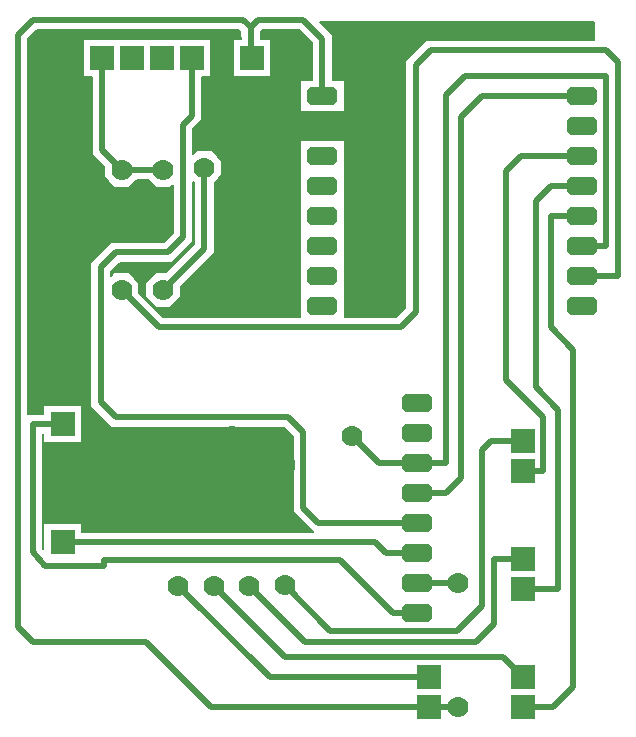
<source format=gbr>
G04 PROTEUS RS274X GERBER FILE*
%FSLAX45Y45*%
%MOMM*%
G01*
%ADD10C,0.508000*%
%ADD11C,0.381000*%
%ADD12C,0.203200*%
%AMDIL003*
4,1,8,
-1.270000,0.457200,-0.965200,0.762000,0.965200,0.762000,1.270000,0.457200,1.270000,-0.457200,
0.965200,-0.762000,-0.965200,-0.762000,-1.270000,-0.457200,-1.270000,0.457200,
0*%
%ADD13DIL003*%
%ADD14R,2.032000X2.032000*%
%ADD15C,1.778000*%
G36*
X+2400000Y+2753359D02*
X+980229Y+2753359D01*
X+802641Y+2575771D01*
X+802641Y+480271D01*
X+726229Y+403859D01*
X+287959Y+403859D01*
X+287959Y+1907159D01*
X-87959Y+1907159D01*
X-87959Y+403859D01*
X-1247729Y+403859D01*
X-1450141Y+606271D01*
X-1450141Y+696074D01*
X-1537926Y+783859D01*
X-1662074Y+783859D01*
X-1691641Y+754292D01*
X-1691641Y+789729D01*
X-1615229Y+866141D01*
X-1170729Y+866141D01*
X-993141Y+1043729D01*
X-993141Y+1547208D01*
X-986359Y+1540426D01*
X-986359Y+1019771D01*
X-1222271Y+783859D01*
X-1312074Y+783859D01*
X-1399859Y+696074D01*
X-1399859Y+571926D01*
X-1312074Y+484141D01*
X-1187926Y+484141D01*
X-1100141Y+571926D01*
X-1100141Y+661729D01*
X-813641Y+948229D01*
X-813641Y+1540426D01*
X-750141Y+1603926D01*
X-750141Y+1728074D01*
X-837926Y+1815859D01*
X-962074Y+1815859D01*
X-993141Y+1784792D01*
X-993141Y+1996229D01*
X-917641Y+2071729D01*
X-917641Y+2437441D01*
X-841441Y+2437441D01*
X-841441Y+2762559D01*
X-1928559Y+2762559D01*
X-1928559Y+2437441D01*
X-1852359Y+2437441D01*
X-1852359Y+1780229D01*
X-1749859Y+1677729D01*
X-1749859Y+1587926D01*
X-1662074Y+1500141D01*
X-1537926Y+1500141D01*
X-1474426Y+1563641D01*
X-1375574Y+1563641D01*
X-1312074Y+1500141D01*
X-1187926Y+1500141D01*
X-1165859Y+1522208D01*
X-1165859Y+1115271D01*
X-1242271Y+1038859D01*
X-1686771Y+1038859D01*
X-1864359Y+861271D01*
X-1864359Y-353271D01*
X-1686771Y-530859D01*
X-226271Y-530859D01*
X-149859Y-607271D01*
X-149859Y-1246771D01*
X+17011Y-1413641D01*
X-1937441Y-1413641D01*
X-1937441Y-1337441D01*
X-2262559Y-1337441D01*
X-2262559Y-1555447D01*
X-2263141Y-1554789D01*
X-2263141Y-586359D01*
X-2262559Y-586359D01*
X-2262559Y-662559D01*
X-1937441Y-662559D01*
X-1937441Y-337441D01*
X-2262559Y-337441D01*
X-2262559Y-413641D01*
X-2385271Y-413641D01*
X-2390141Y-418511D01*
X-2390141Y+2758229D01*
X-2313729Y+2834641D01*
X-607271Y+2834641D01*
X-594359Y+2821729D01*
X-594359Y+2791347D01*
X-592838Y+2762559D01*
X-658559Y+2762559D01*
X-658559Y+2437441D01*
X-333441Y+2437441D01*
X-333441Y+2762559D01*
X-419071Y+2762559D01*
X-421641Y+2797113D01*
X-421641Y+2821729D01*
X-408729Y+2834641D01*
X-99271Y+2834641D01*
X+13641Y+2721729D01*
X+13641Y+2415159D01*
X-87959Y+2415159D01*
X-87959Y+2140841D01*
X+287959Y+2140841D01*
X+287959Y+2415159D01*
X+186359Y+2415159D01*
X+186359Y+2793271D01*
X+79630Y+2900000D01*
X+2400000Y+2900000D01*
X+2400000Y+2753359D01*
G37*
%LPC*%
G36*
X+75081Y+2084160D02*
X+124919Y+2084160D01*
X+160160Y+2048919D01*
X+160160Y+1999081D01*
X+124919Y+1963840D01*
X+75081Y+1963840D01*
X+39840Y+1999081D01*
X+39840Y+2048919D01*
X+75081Y+2084160D01*
G37*
G36*
X-2080960Y+2574750D02*
X-2080960Y+2625250D01*
X-2045250Y+2660960D01*
X-1994750Y+2660960D01*
X-1959040Y+2625250D01*
X-1959040Y+2574750D01*
X-1994750Y+2539040D01*
X-2045250Y+2539040D01*
X-2080960Y+2574750D01*
G37*
G36*
X-810960Y+2574750D02*
X-810960Y+2625250D01*
X-775250Y+2660960D01*
X-724750Y+2660960D01*
X-689040Y+2625250D01*
X-689040Y+2574750D01*
X-724750Y+2539040D01*
X-775250Y+2539040D01*
X-810960Y+2574750D01*
G37*
G36*
X-2074750Y-1306960D02*
X-2125250Y-1306960D01*
X-2160960Y-1271250D01*
X-2160960Y-1220750D01*
X-2125250Y-1185040D01*
X-2074750Y-1185040D01*
X-2039040Y-1220750D01*
X-2039040Y-1271250D01*
X-2074750Y-1306960D01*
G37*
G36*
X-2125250Y-693040D02*
X-2074750Y-693040D01*
X-2039040Y-728750D01*
X-2039040Y-779250D01*
X-2074750Y-814960D01*
X-2125250Y-814960D01*
X-2160960Y-779250D01*
X-2160960Y-728750D01*
X-2125250Y-693040D01*
G37*
G36*
X-239990Y-801740D02*
X-200010Y-801740D01*
X-171740Y-830010D01*
X-171740Y-869990D01*
X-200010Y-898260D01*
X-239990Y-898260D01*
X-268260Y-869990D01*
X-268260Y-830010D01*
X-239990Y-801740D01*
G37*
G36*
X-539990Y-811740D02*
X-500010Y-811740D01*
X-471740Y-840010D01*
X-471740Y-879990D01*
X-500010Y-908260D01*
X-539990Y-908260D01*
X-568260Y-879990D01*
X-568260Y-840010D01*
X-539990Y-811740D01*
G37*
G36*
X-839990Y-811740D02*
X-800010Y-811740D01*
X-771740Y-840010D01*
X-771740Y-879990D01*
X-800010Y-908260D01*
X-839990Y-908260D01*
X-868260Y-879990D01*
X-868260Y-840010D01*
X-839990Y-811740D01*
G37*
G36*
X-1100010Y-902260D02*
X-1139990Y-902260D01*
X-1168260Y-873990D01*
X-1168260Y-834010D01*
X-1139990Y-805740D01*
X-1100010Y-805740D01*
X-1071740Y-834010D01*
X-1071740Y-873990D01*
X-1100010Y-902260D01*
G37*
G36*
X-919990Y+698260D02*
X-880010Y+698260D01*
X-851740Y+669990D01*
X-851740Y+630010D01*
X-880010Y+601740D01*
X-919990Y+601740D01*
X-948260Y+630010D01*
X-948260Y+669990D01*
X-919990Y+698260D01*
G37*
G36*
X-617740Y-580010D02*
X-617740Y-619990D01*
X-646010Y-648260D01*
X-685990Y-648260D01*
X-714260Y-619990D01*
X-714260Y-580010D01*
X-685990Y-551740D01*
X-646010Y-551740D01*
X-617740Y-580010D01*
G37*
%LPD*%
D10*
X-1120000Y-1870000D02*
X-344000Y-2646000D01*
X+1000000Y-2646000D01*
X-1250000Y+634000D02*
X-900000Y+984000D01*
X-900000Y+1666000D01*
X-820000Y-1876000D02*
X-219500Y-2476500D01*
X+1630500Y-2476500D01*
X+1800000Y-2646000D01*
X+900000Y-1592000D02*
X+635000Y-1592000D01*
X+543000Y-1500000D01*
X-2100000Y-1500000D01*
X+900000Y-1084000D02*
X+1143000Y-1084000D01*
X+1270000Y-957000D01*
X+1270000Y+2095500D01*
X+1452500Y+2278000D01*
X+2300000Y+2278000D01*
X+2300000Y+1262000D02*
X+2032000Y+1262000D01*
X+2032000Y+317500D01*
X+2222500Y+127000D01*
X+2222500Y-2730500D01*
X+2053000Y-2900000D01*
X+1800000Y-2900000D01*
X+2300000Y+1516000D02*
X+2032000Y+1516000D01*
X+1905000Y+1389000D01*
X+1905000Y-190500D01*
X+2095500Y-381000D01*
X+2095500Y-1900000D01*
X+1800000Y-1900000D01*
X+2300000Y+1770000D02*
X+1778000Y+1770000D01*
X+1651000Y+1643000D01*
X+1651000Y-127000D01*
X+1968500Y-444500D01*
X+1968500Y-900000D01*
X+1800000Y-900000D01*
D11*
X-2020000Y+2600000D02*
X-2020000Y+1397000D01*
X-1905000Y+1282000D01*
X-1905000Y-754000D01*
X-2100000Y-754000D01*
X-698500Y+1905000D02*
X-698500Y+851500D01*
X-900000Y+650000D01*
X-635000Y+2032000D02*
X-571500Y+2032000D01*
X-563500Y+2024000D01*
X+100000Y+2024000D01*
X-698500Y+1905000D02*
X-698500Y+1968500D01*
X-635000Y+2032000D01*
X-750000Y+2600000D02*
X-750000Y+2222500D01*
X-635000Y+2107500D01*
X-635000Y+2032000D01*
X-520000Y-860000D02*
X-230000Y-860000D01*
X-220000Y-850000D01*
X-820000Y-860000D02*
X-826000Y-854000D01*
X-1120000Y-854000D01*
X-2020000Y+2600000D02*
X-2020000Y+2794000D01*
X-750000Y+2794000D01*
X-750000Y+2600000D01*
X-2100000Y-1246000D02*
X-2100000Y-754000D01*
X-520000Y-860000D02*
X-820000Y-860000D01*
X-2100000Y-1246000D02*
X-1512000Y-1246000D01*
X-1120000Y-854000D01*
X-820000Y-860000D02*
X-820000Y-688900D01*
X-731100Y-600000D01*
X-666000Y-600000D01*
D10*
X+900000Y-830000D02*
X+580000Y-830000D01*
X+350000Y-600000D01*
X-1600000Y+1650000D02*
X-1766000Y+1816000D01*
X-1766000Y+2600000D01*
X-1600000Y+1650000D02*
X-1250000Y+1650000D01*
X+900000Y-1338000D02*
X+63500Y-1338000D01*
X-63500Y-1211000D01*
X-63500Y-571500D01*
X-190500Y-444500D01*
X-1651000Y-444500D01*
X-1778000Y-317500D01*
X-1778000Y+825500D01*
X-1651000Y+952500D01*
X-1206500Y+952500D01*
X-1079500Y+1079500D01*
X-1079500Y+2032000D01*
X-1004000Y+2107500D01*
X-1004000Y+2600000D01*
X-1397000Y-2349500D02*
X-1460500Y-2349500D01*
X-1524000Y-2349500D02*
X-1460500Y-2349500D01*
X-508000Y+2857500D02*
X-571500Y+2921000D01*
X-2349500Y+2921000D01*
X-2476500Y+2794000D01*
X-2476500Y-2222500D01*
X-2349500Y-2349500D01*
X-1524000Y-2349500D01*
X-1397000Y-2349500D02*
X-846500Y-2900000D01*
X+1000000Y-2900000D01*
X-508000Y+2857500D02*
X-444500Y+2921000D01*
X-63500Y+2921000D01*
X+100000Y+2757500D01*
X+100000Y+2278000D01*
X+1000000Y-2900000D02*
X+1250000Y-2900000D01*
X+900000Y-2100000D02*
X+698500Y-2100000D01*
X+248500Y-1650000D01*
X-1750000Y-1650000D01*
X-1750000Y-1700000D01*
X-2250000Y-1700000D01*
X-2349500Y-1587500D01*
X-2349500Y-500000D01*
X-2100000Y-500000D01*
X-508000Y+2857500D02*
X-508000Y+2794000D01*
X-496000Y+2600000D01*
X-520000Y-1876000D02*
X-46500Y-2349500D01*
X+1397000Y-2349500D01*
X+1550000Y-2196500D01*
X+1550000Y-1646000D01*
X+1800000Y-1646000D01*
X+1800000Y-646000D02*
X+1524000Y-646000D01*
X+1450000Y-720000D01*
X+1450000Y-2042500D01*
X+1239175Y-2253325D01*
X+167325Y-2253325D01*
X-220000Y-1866000D01*
X+900000Y-1846000D02*
X+1250000Y-1850000D01*
X+900000Y-830000D02*
X+1143000Y-830000D01*
X+1143000Y+2286000D01*
X+1307000Y+2450000D01*
X+2500000Y+2450000D01*
X+2500000Y+1008000D01*
X+2300000Y+1008000D01*
X+2300000Y+754000D02*
X+2600000Y+754000D01*
X+2600000Y+2564445D01*
X+2497445Y+2667000D01*
X+1016000Y+2667000D01*
X+889000Y+2540000D01*
X+889000Y+444500D01*
X+762000Y+317500D01*
X-1283500Y+317500D01*
X-1600000Y+634000D01*
D12*
X+2400000Y+2753359D02*
X+980229Y+2753359D01*
X+802641Y+2575771D01*
X+802641Y+480271D01*
X+726229Y+403859D01*
X+287959Y+403859D01*
X+287959Y+1907159D01*
X-87959Y+1907159D01*
X-87959Y+403859D01*
X-1247729Y+403859D01*
X-1450141Y+606271D01*
X-1450141Y+696074D01*
X-1537926Y+783859D01*
X-1662074Y+783859D01*
X-1691641Y+754292D01*
X-1691641Y+789729D01*
X-1615229Y+866141D01*
X-1170729Y+866141D01*
X-993141Y+1043729D01*
X-993141Y+1547208D01*
X-986359Y+1540426D01*
X-986359Y+1019771D01*
X-1222271Y+783859D01*
X-1312074Y+783859D01*
X-1399859Y+696074D01*
X-1399859Y+571926D01*
X-1312074Y+484141D01*
X-1187926Y+484141D01*
X-1100141Y+571926D01*
X-1100141Y+661729D01*
X-813641Y+948229D01*
X-813641Y+1540426D01*
X-750141Y+1603926D01*
X-750141Y+1728074D01*
X-837926Y+1815859D01*
X-962074Y+1815859D01*
X-993141Y+1784792D01*
X-993141Y+1996229D01*
X-917641Y+2071729D01*
X-917641Y+2437441D01*
X-841441Y+2437441D01*
X-841441Y+2762559D01*
X-1928559Y+2762559D01*
X-1928559Y+2437441D01*
X-1852359Y+2437441D01*
X-1852359Y+1780229D01*
X-1749859Y+1677729D01*
X-1749859Y+1587926D01*
X-1662074Y+1500141D01*
X-1537926Y+1500141D01*
X-1474426Y+1563641D01*
X-1375574Y+1563641D01*
X-1312074Y+1500141D01*
X-1187926Y+1500141D01*
X-1165859Y+1522208D01*
X-1165859Y+1115271D01*
X-1242271Y+1038859D01*
X-1686771Y+1038859D01*
X-1864359Y+861271D01*
X-1864359Y-353271D01*
X-1686771Y-530859D01*
X-226271Y-530859D01*
X-149859Y-607271D01*
X-149859Y-1246771D01*
X+17011Y-1413641D01*
X-1937441Y-1413641D01*
X-1937441Y-1337441D01*
X-2262559Y-1337441D01*
X-2262559Y-1555447D01*
X-2263141Y-1554789D01*
X-2263141Y-586359D01*
X-2262559Y-586359D01*
X-2262559Y-662559D01*
X-1937441Y-662559D01*
X-1937441Y-337441D01*
X-2262559Y-337441D01*
X-2262559Y-413641D01*
X-2385271Y-413641D01*
X-2390141Y-418511D01*
X-2390141Y+2758229D01*
X-2313729Y+2834641D01*
X-607271Y+2834641D01*
X-594359Y+2821729D01*
X-594359Y+2791347D01*
X-592838Y+2762559D01*
X-658559Y+2762559D01*
X-658559Y+2437441D01*
X-333441Y+2437441D01*
X-333441Y+2762559D01*
X-419071Y+2762559D01*
X-421641Y+2797113D01*
X-421641Y+2821729D01*
X-408729Y+2834641D01*
X-99271Y+2834641D01*
X+13641Y+2721729D01*
X+13641Y+2415159D01*
X-87959Y+2415159D01*
X-87959Y+2140841D01*
X+287959Y+2140841D01*
X+287959Y+2415159D01*
X+186359Y+2415159D01*
X+186359Y+2793271D01*
X+79630Y+2900000D01*
X+2400000Y+2900000D01*
X+2400000Y+2753359D01*
X+75081Y+2084160D02*
X+124919Y+2084160D01*
X+160160Y+2048919D01*
X+160160Y+1999081D01*
X+124919Y+1963840D01*
X+75081Y+1963840D01*
X+39840Y+1999081D01*
X+39840Y+2048919D01*
X+75081Y+2084160D01*
X-2080960Y+2574750D02*
X-2080960Y+2625250D01*
X-2045250Y+2660960D01*
X-1994750Y+2660960D01*
X-1959040Y+2625250D01*
X-1959040Y+2574750D01*
X-1994750Y+2539040D01*
X-2045250Y+2539040D01*
X-2080960Y+2574750D01*
X-810960Y+2574750D02*
X-810960Y+2625250D01*
X-775250Y+2660960D01*
X-724750Y+2660960D01*
X-689040Y+2625250D01*
X-689040Y+2574750D01*
X-724750Y+2539040D01*
X-775250Y+2539040D01*
X-810960Y+2574750D01*
X-2074750Y-1306960D02*
X-2125250Y-1306960D01*
X-2160960Y-1271250D01*
X-2160960Y-1220750D01*
X-2125250Y-1185040D01*
X-2074750Y-1185040D01*
X-2039040Y-1220750D01*
X-2039040Y-1271250D01*
X-2074750Y-1306960D01*
X-2125250Y-693040D02*
X-2074750Y-693040D01*
X-2039040Y-728750D01*
X-2039040Y-779250D01*
X-2074750Y-814960D01*
X-2125250Y-814960D01*
X-2160960Y-779250D01*
X-2160960Y-728750D01*
X-2125250Y-693040D01*
X-239990Y-801740D02*
X-200010Y-801740D01*
X-171740Y-830010D01*
X-171740Y-869990D01*
X-200010Y-898260D01*
X-239990Y-898260D01*
X-268260Y-869990D01*
X-268260Y-830010D01*
X-239990Y-801740D01*
X-539990Y-811740D02*
X-500010Y-811740D01*
X-471740Y-840010D01*
X-471740Y-879990D01*
X-500010Y-908260D01*
X-539990Y-908260D01*
X-568260Y-879990D01*
X-568260Y-840010D01*
X-539990Y-811740D01*
X-839990Y-811740D02*
X-800010Y-811740D01*
X-771740Y-840010D01*
X-771740Y-879990D01*
X-800010Y-908260D01*
X-839990Y-908260D01*
X-868260Y-879990D01*
X-868260Y-840010D01*
X-839990Y-811740D01*
X-1100010Y-902260D02*
X-1139990Y-902260D01*
X-1168260Y-873990D01*
X-1168260Y-834010D01*
X-1139990Y-805740D01*
X-1100010Y-805740D01*
X-1071740Y-834010D01*
X-1071740Y-873990D01*
X-1100010Y-902260D01*
X-919990Y+698260D02*
X-880010Y+698260D01*
X-851740Y+669990D01*
X-851740Y+630010D01*
X-880010Y+601740D01*
X-919990Y+601740D01*
X-948260Y+630010D01*
X-948260Y+669990D01*
X-919990Y+698260D01*
X-617740Y-580010D02*
X-617740Y-619990D01*
X-646010Y-648260D01*
X-685990Y-648260D01*
X-714260Y-619990D01*
X-714260Y-580010D01*
X-685990Y-551740D01*
X-646010Y-551740D01*
X-617740Y-580010D01*
X+100000Y+2084160D02*
X+100000Y+2024000D01*
X+100000Y+1963840D02*
X+100000Y+2024000D01*
X+39840Y+2024000D02*
X+100000Y+2024000D01*
X+160160Y+2024000D02*
X+100000Y+2024000D01*
X-2080960Y+2600000D02*
X-2020000Y+2600000D01*
X-1959040Y+2600000D02*
X-2020000Y+2600000D01*
X-2020000Y+2539040D02*
X-2020000Y+2600000D01*
X-2020000Y+2660960D02*
X-2020000Y+2600000D01*
X-810960Y+2600000D02*
X-750000Y+2600000D01*
X-689040Y+2600000D02*
X-750000Y+2600000D01*
X-750000Y+2539040D02*
X-750000Y+2600000D01*
X-750000Y+2660960D02*
X-750000Y+2600000D01*
X-2100000Y-1306960D02*
X-2100000Y-1246000D01*
X-2100000Y-1185040D02*
X-2100000Y-1246000D01*
X-2039040Y-1246000D02*
X-2100000Y-1246000D01*
X-2160960Y-1246000D02*
X-2100000Y-1246000D01*
X-2100000Y-693040D02*
X-2100000Y-754000D01*
X-2100000Y-814960D02*
X-2100000Y-754000D01*
X-2160960Y-754000D02*
X-2100000Y-754000D01*
X-2039040Y-754000D02*
X-2100000Y-754000D01*
X-220000Y-801740D02*
X-220000Y-850000D01*
X-220000Y-898260D02*
X-220000Y-850000D01*
X-268260Y-850000D02*
X-220000Y-850000D01*
X-171740Y-850000D02*
X-220000Y-850000D01*
X-520000Y-811740D02*
X-520000Y-860000D01*
X-520000Y-908260D02*
X-520000Y-860000D01*
X-568260Y-860000D02*
X-520000Y-860000D01*
X-471740Y-860000D02*
X-520000Y-860000D01*
X-820000Y-811740D02*
X-820000Y-860000D01*
X-820000Y-908260D02*
X-820000Y-860000D01*
X-868260Y-860000D02*
X-820000Y-860000D01*
X-771740Y-860000D02*
X-820000Y-860000D01*
X-1120000Y-902260D02*
X-1120000Y-854000D01*
X-1120000Y-805740D02*
X-1120000Y-854000D01*
X-1071740Y-854000D02*
X-1120000Y-854000D01*
X-1168260Y-854000D02*
X-1120000Y-854000D01*
X-900000Y+698260D02*
X-900000Y+650000D01*
X-900000Y+601740D02*
X-900000Y+650000D01*
X-948260Y+650000D02*
X-900000Y+650000D01*
X-851740Y+650000D02*
X-900000Y+650000D01*
X-617740Y-600000D02*
X-666000Y-600000D01*
X-714260Y-600000D02*
X-666000Y-600000D01*
X-666000Y-551740D02*
X-666000Y-600000D01*
X-666000Y-648260D02*
X-666000Y-600000D01*
D13*
X+2300000Y+2278000D03*
X+2300000Y+2024000D03*
X+2300000Y+1770000D03*
X+2300000Y+1516000D03*
X+2300000Y+1262000D03*
X+2300000Y+1008000D03*
X+2300000Y+754000D03*
X+2300000Y+500000D03*
X+100000Y+2278000D03*
X+100000Y+2024000D03*
X+100000Y+1770000D03*
X+100000Y+1516000D03*
X+100000Y+1262000D03*
X+100000Y+1008000D03*
X+100000Y+754000D03*
X+100000Y+500000D03*
D14*
X-2020000Y+2600000D03*
X-1766000Y+2600000D03*
X-1512000Y+2600000D03*
X-1258000Y+2600000D03*
X-1004000Y+2600000D03*
X-750000Y+2600000D03*
X-496000Y+2600000D03*
X+1800000Y-900000D03*
X+1800000Y-646000D03*
X+1800000Y-1900000D03*
X+1800000Y-1646000D03*
X+1800000Y-2900000D03*
X+1800000Y-2646000D03*
X+1000000Y-2900000D03*
X+1000000Y-2646000D03*
X-2100000Y-1500000D03*
X-2100000Y-1246000D03*
X-2100000Y-500000D03*
X-2100000Y-754000D03*
D15*
X-220000Y-850000D03*
X-220000Y-1866000D03*
X-520000Y-860000D03*
X-520000Y-1876000D03*
X-820000Y-860000D03*
X-820000Y-1876000D03*
X-1120000Y-1870000D03*
X-1120000Y-854000D03*
X-900000Y+1666000D03*
X-900000Y+650000D03*
X-1600000Y+1650000D03*
X-1600000Y+634000D03*
X-1250000Y+1650000D03*
X-1250000Y+634000D03*
X+350000Y-600000D03*
X-666000Y-600000D03*
D13*
X+900000Y-2100000D03*
X+900000Y-1846000D03*
X+900000Y-1592000D03*
X+900000Y-1338000D03*
X+900000Y-1084000D03*
X+900000Y-830000D03*
X+900000Y-576000D03*
X+900000Y-322000D03*
D15*
X+1250000Y-1850000D03*
X+1250000Y-2900000D03*
M02*

</source>
